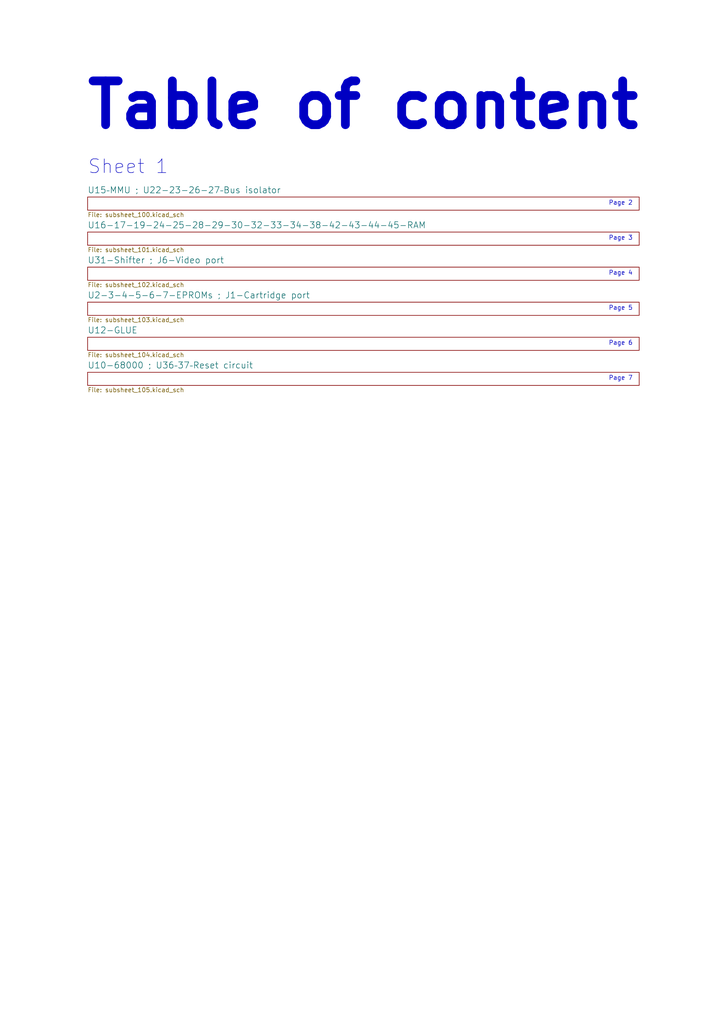
<source format=kicad_sch>
(kicad_sch (version 20211123) (generator eeschema)
  (paper "A4" portrait)
  (title_block (title "Converted schematics of Atari 260/520 ST") (date "2023-04-15") (rev "0") (comment 1 "…sporniket/kicad-conversions--atari-260-520-st-motherboard--c070231") (comment 2 "Original repository : https://github.com/…") (comment 4 "Reference : C070231"))
  (lib_symbols)
  (text "Page 4" (at 176.53 80.01 0) (effects (font (size 1.27 1.27)) (justify left bottom)))
  (text "Sheet 1" (at 25.4 50.8 0) (effects (font (size 3.9878 3.9878)) (justify left bottom)))
  (text "Page 7" (at 176.53 110.49 0) (effects (font (size 1.27 1.27)) (justify left bottom)))
  (text "Page 6" (at 176.53 100.33 0) (effects (font (size 1.27 1.27)) (justify left bottom)))
  (text "Page 2" (at 176.53 59.69 0) (effects (font (size 1.27 1.27)) (justify left bottom)))
  (text "Table of content" (at 24.13 38.1 0) (effects (font (size 12.7 12.7) (thickness 2.54) bold) (justify left bottom)))
  (text "Page 3" (at 176.53 69.85 0) (effects (font (size 1.27 1.27)) (justify left bottom)))
  (text "Page 5" (at 176.53 90.17 0) (effects (font (size 1.27 1.27)) (justify left bottom)))
  (sheet (at 25.4 57.15) (size 160.02 3.81)
    (property "Sheet name" "U15–MMU ; U22-23-26-27–Bus isolator" (at 25.4 56.1717 0) (effects (font (size 1.8034 1.8034)) (justify left bottom)))
    (property "Sheet file" "subsheet_100.kicad_sch" (at 25.4 61.5446 0) (effects (justify left top)))
  )
  (sheet (at 25.4 67.31) (size 160.02 3.81)
    (property "Sheet name" "U16-17-19-24-25-28-29-30-32-33-34-38-42-43-44-45-RAM" (at 25.4 66.3317 0) (effects (font (size 1.8034 1.8034)) (justify left bottom)))
    (property "Sheet file" "subsheet_101.kicad_sch" (at 25.4 71.7046 0) (effects (justify left top)))
  )
  (sheet (at 25.4 77.47) (size 160.02 3.81)
    (property "Sheet name" "U31-Shifter ; J6-Video port" (at 25.4 76.4917 0) (effects (font (size 1.8034 1.8034)) (justify left bottom)))
    (property "Sheet file" "subsheet_102.kicad_sch" (at 25.4 81.8646 0) (effects (justify left top)))
  )
  (sheet (at 25.4 87.63) (size 160.02 3.81)
    (property "Sheet name" "U2-3-4-5-6-7-EPROMs ; J1-Cartridge port" (at 25.4 86.6517 0) (effects (font (size 1.8034 1.8034)) (justify left bottom)))
    (property "Sheet file" "subsheet_103.kicad_sch" (at 25.4 92.0246 0) (effects (justify left top)))
  )
  (sheet (at 25.4 97.79) (size 160.02 3.81)
    (property "Sheet name" "U12-GLUE" (at 25.4 96.8117 0) (effects (font (size 1.8034 1.8034)) (justify left bottom)))
    (property "Sheet file" "subsheet_104.kicad_sch" (at 25.4 102.1846 0) (effects (justify left top)))
  )
  (sheet (at 25.4 107.95) (size 160.02 3.81) (stroke (width 0.1524))
    (property "Sheet name" "U10-68000 ; U36–37–Reset circuit" (at 25.4 106.9734 0) (effects (font (size 1.8 1.8)) (justify left bottom)))
    (property "Sheet file" "subsheet_105.kicad_sch" (at 25.4 112.3446 0) (effects (justify left top)))
  )
)
</source>
